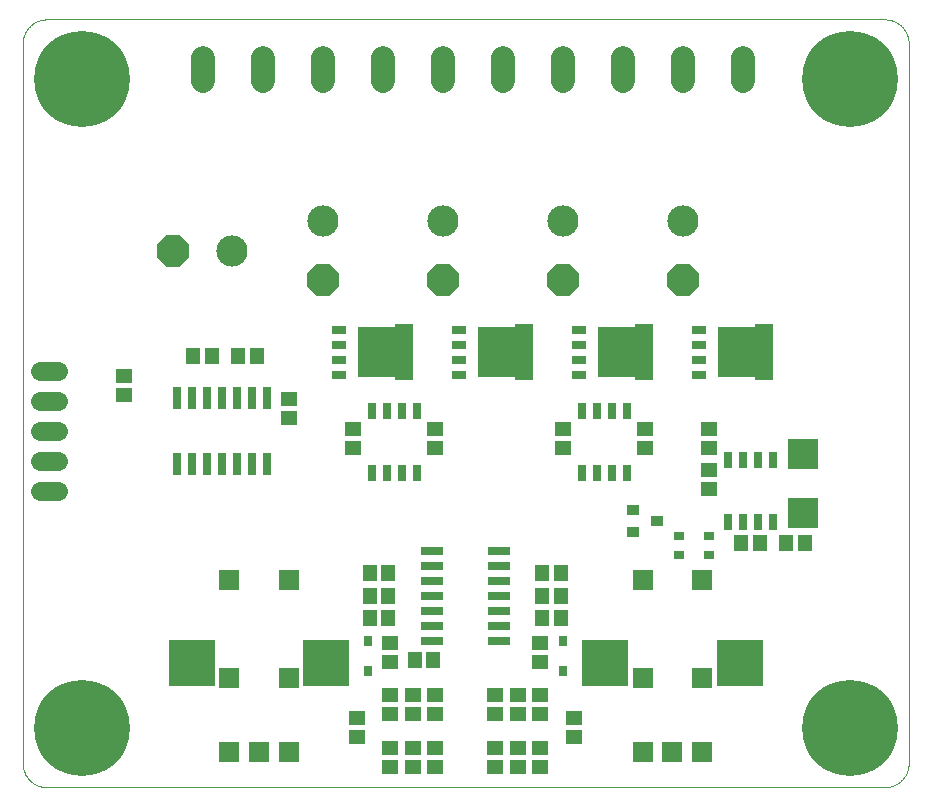
<source format=gts>
G75*
%MOIN*%
%OFA0B0*%
%FSLAX25Y25*%
%IPPOS*%
%LPD*%
%AMOC8*
5,1,8,0,0,1.08239X$1,22.5*
%
%ADD10C,0.00400*%
%ADD11R,0.04928X0.03156*%
%ADD12R,0.12605X0.16935*%
%ADD13R,0.06306X0.18904*%
%ADD14R,0.04362X0.04362*%
%ADD15R,0.02762X0.05518*%
%ADD16R,0.09849X0.09849*%
%ADD17R,0.05518X0.04731*%
%ADD18R,0.07093X0.07093*%
%ADD19R,0.15361X0.15361*%
%ADD20R,0.07290X0.03156*%
%ADD21R,0.04731X0.05518*%
%ADD22C,0.08077*%
%ADD23C,0.10400*%
%ADD24OC8,0.10400*%
%ADD25R,0.03156X0.07290*%
%ADD26R,0.02762X0.03550*%
%ADD27R,0.03550X0.02762*%
%ADD28R,0.04337X0.03550*%
%ADD29C,0.06306*%
%ADD30C,0.31896*%
D10*
X0012957Y0087909D02*
X0292485Y0087909D01*
X0292675Y0087911D01*
X0292865Y0087918D01*
X0293055Y0087930D01*
X0293245Y0087946D01*
X0293434Y0087966D01*
X0293623Y0087992D01*
X0293811Y0088021D01*
X0293998Y0088056D01*
X0294184Y0088095D01*
X0294369Y0088138D01*
X0294554Y0088186D01*
X0294737Y0088238D01*
X0294918Y0088294D01*
X0295098Y0088355D01*
X0295277Y0088421D01*
X0295454Y0088490D01*
X0295630Y0088564D01*
X0295803Y0088642D01*
X0295975Y0088725D01*
X0296144Y0088811D01*
X0296312Y0088901D01*
X0296477Y0088996D01*
X0296640Y0089094D01*
X0296800Y0089197D01*
X0296958Y0089303D01*
X0297113Y0089413D01*
X0297266Y0089526D01*
X0297416Y0089644D01*
X0297562Y0089765D01*
X0297706Y0089889D01*
X0297847Y0090017D01*
X0297985Y0090148D01*
X0298120Y0090283D01*
X0298251Y0090421D01*
X0298379Y0090562D01*
X0298503Y0090706D01*
X0298624Y0090852D01*
X0298742Y0091002D01*
X0298855Y0091155D01*
X0298965Y0091310D01*
X0299071Y0091468D01*
X0299174Y0091628D01*
X0299272Y0091791D01*
X0299367Y0091956D01*
X0299457Y0092124D01*
X0299543Y0092293D01*
X0299626Y0092465D01*
X0299704Y0092638D01*
X0299778Y0092814D01*
X0299847Y0092991D01*
X0299913Y0093170D01*
X0299974Y0093350D01*
X0300030Y0093531D01*
X0300082Y0093714D01*
X0300130Y0093899D01*
X0300173Y0094084D01*
X0300212Y0094270D01*
X0300247Y0094457D01*
X0300276Y0094645D01*
X0300302Y0094834D01*
X0300322Y0095023D01*
X0300338Y0095213D01*
X0300350Y0095403D01*
X0300357Y0095593D01*
X0300359Y0095783D01*
X0300359Y0335941D01*
X0300357Y0336131D01*
X0300350Y0336321D01*
X0300338Y0336511D01*
X0300322Y0336701D01*
X0300302Y0336890D01*
X0300276Y0337079D01*
X0300247Y0337267D01*
X0300212Y0337454D01*
X0300173Y0337640D01*
X0300130Y0337825D01*
X0300082Y0338010D01*
X0300030Y0338193D01*
X0299974Y0338374D01*
X0299913Y0338554D01*
X0299847Y0338733D01*
X0299778Y0338910D01*
X0299704Y0339086D01*
X0299626Y0339259D01*
X0299543Y0339431D01*
X0299457Y0339600D01*
X0299367Y0339768D01*
X0299272Y0339933D01*
X0299174Y0340096D01*
X0299071Y0340256D01*
X0298965Y0340414D01*
X0298855Y0340569D01*
X0298742Y0340722D01*
X0298624Y0340872D01*
X0298503Y0341018D01*
X0298379Y0341162D01*
X0298251Y0341303D01*
X0298120Y0341441D01*
X0297985Y0341576D01*
X0297847Y0341707D01*
X0297706Y0341835D01*
X0297562Y0341959D01*
X0297416Y0342080D01*
X0297266Y0342198D01*
X0297113Y0342311D01*
X0296958Y0342421D01*
X0296800Y0342527D01*
X0296640Y0342630D01*
X0296477Y0342728D01*
X0296312Y0342823D01*
X0296144Y0342913D01*
X0295975Y0342999D01*
X0295803Y0343082D01*
X0295630Y0343160D01*
X0295454Y0343234D01*
X0295277Y0343303D01*
X0295098Y0343369D01*
X0294918Y0343430D01*
X0294737Y0343486D01*
X0294554Y0343538D01*
X0294369Y0343586D01*
X0294184Y0343629D01*
X0293998Y0343668D01*
X0293811Y0343703D01*
X0293623Y0343732D01*
X0293434Y0343758D01*
X0293245Y0343778D01*
X0293055Y0343794D01*
X0292865Y0343806D01*
X0292675Y0343813D01*
X0292485Y0343815D01*
X0012957Y0343815D01*
X0012767Y0343813D01*
X0012577Y0343806D01*
X0012387Y0343794D01*
X0012197Y0343778D01*
X0012008Y0343758D01*
X0011819Y0343732D01*
X0011631Y0343703D01*
X0011444Y0343668D01*
X0011258Y0343629D01*
X0011073Y0343586D01*
X0010888Y0343538D01*
X0010705Y0343486D01*
X0010524Y0343430D01*
X0010344Y0343369D01*
X0010165Y0343303D01*
X0009988Y0343234D01*
X0009812Y0343160D01*
X0009639Y0343082D01*
X0009467Y0342999D01*
X0009298Y0342913D01*
X0009130Y0342823D01*
X0008965Y0342728D01*
X0008802Y0342630D01*
X0008642Y0342527D01*
X0008484Y0342421D01*
X0008329Y0342311D01*
X0008176Y0342198D01*
X0008026Y0342080D01*
X0007880Y0341959D01*
X0007736Y0341835D01*
X0007595Y0341707D01*
X0007457Y0341576D01*
X0007322Y0341441D01*
X0007191Y0341303D01*
X0007063Y0341162D01*
X0006939Y0341018D01*
X0006818Y0340872D01*
X0006700Y0340722D01*
X0006587Y0340569D01*
X0006477Y0340414D01*
X0006371Y0340256D01*
X0006268Y0340096D01*
X0006170Y0339933D01*
X0006075Y0339768D01*
X0005985Y0339600D01*
X0005899Y0339431D01*
X0005816Y0339259D01*
X0005738Y0339086D01*
X0005664Y0338910D01*
X0005595Y0338733D01*
X0005529Y0338554D01*
X0005468Y0338374D01*
X0005412Y0338193D01*
X0005360Y0338010D01*
X0005312Y0337825D01*
X0005269Y0337640D01*
X0005230Y0337454D01*
X0005195Y0337267D01*
X0005166Y0337079D01*
X0005140Y0336890D01*
X0005120Y0336701D01*
X0005104Y0336511D01*
X0005092Y0336321D01*
X0005085Y0336131D01*
X0005083Y0335941D01*
X0005083Y0095783D01*
X0005085Y0095593D01*
X0005092Y0095403D01*
X0005104Y0095213D01*
X0005120Y0095023D01*
X0005140Y0094834D01*
X0005166Y0094645D01*
X0005195Y0094457D01*
X0005230Y0094270D01*
X0005269Y0094084D01*
X0005312Y0093899D01*
X0005360Y0093714D01*
X0005412Y0093531D01*
X0005468Y0093350D01*
X0005529Y0093170D01*
X0005595Y0092991D01*
X0005664Y0092814D01*
X0005738Y0092638D01*
X0005816Y0092465D01*
X0005899Y0092293D01*
X0005985Y0092124D01*
X0006075Y0091956D01*
X0006170Y0091791D01*
X0006268Y0091628D01*
X0006371Y0091468D01*
X0006477Y0091310D01*
X0006587Y0091155D01*
X0006700Y0091002D01*
X0006818Y0090852D01*
X0006939Y0090706D01*
X0007063Y0090562D01*
X0007191Y0090421D01*
X0007322Y0090283D01*
X0007457Y0090148D01*
X0007595Y0090017D01*
X0007736Y0089889D01*
X0007880Y0089765D01*
X0008026Y0089644D01*
X0008176Y0089526D01*
X0008329Y0089413D01*
X0008484Y0089303D01*
X0008642Y0089197D01*
X0008802Y0089094D01*
X0008965Y0088996D01*
X0009130Y0088901D01*
X0009298Y0088811D01*
X0009467Y0088725D01*
X0009639Y0088642D01*
X0009812Y0088564D01*
X0009988Y0088490D01*
X0010165Y0088421D01*
X0010344Y0088355D01*
X0010524Y0088294D01*
X0010705Y0088238D01*
X0010888Y0088186D01*
X0011073Y0088138D01*
X0011258Y0088095D01*
X0011444Y0088056D01*
X0011631Y0088021D01*
X0011819Y0087992D01*
X0012008Y0087966D01*
X0012197Y0087946D01*
X0012387Y0087930D01*
X0012577Y0087918D01*
X0012767Y0087911D01*
X0012957Y0087909D01*
D11*
X0110605Y0225409D03*
X0110605Y0230409D03*
X0110605Y0235409D03*
X0110605Y0240409D03*
X0150605Y0240409D03*
X0150605Y0235409D03*
X0150605Y0230409D03*
X0150605Y0225409D03*
X0190605Y0225409D03*
X0190605Y0230409D03*
X0190605Y0235409D03*
X0190605Y0240409D03*
X0230605Y0240409D03*
X0230605Y0235409D03*
X0230605Y0230409D03*
X0230605Y0225409D03*
D12*
X0243105Y0232909D03*
X0203105Y0232909D03*
X0163105Y0232909D03*
X0123105Y0232909D03*
D13*
X0132160Y0232909D03*
X0172160Y0232909D03*
X0212160Y0232909D03*
X0252160Y0232909D03*
D14*
X0250782Y0232909D03*
X0250782Y0227398D03*
X0245270Y0227398D03*
X0245270Y0232909D03*
X0239759Y0232909D03*
X0239759Y0227398D03*
X0239759Y0238421D03*
X0245270Y0238421D03*
X0250782Y0238421D03*
X0210782Y0238421D03*
X0210782Y0232909D03*
X0210782Y0227398D03*
X0205270Y0227398D03*
X0205270Y0232909D03*
X0199759Y0232909D03*
X0199759Y0227398D03*
X0199759Y0238421D03*
X0205270Y0238421D03*
X0170782Y0238421D03*
X0170782Y0232909D03*
X0170782Y0227398D03*
X0165270Y0227398D03*
X0165270Y0232909D03*
X0159759Y0232909D03*
X0159759Y0227398D03*
X0159759Y0238421D03*
X0165270Y0238421D03*
X0130782Y0238421D03*
X0130782Y0232909D03*
X0130782Y0227398D03*
X0125270Y0227398D03*
X0125270Y0232909D03*
X0119759Y0232909D03*
X0119759Y0227398D03*
X0119759Y0238421D03*
X0125270Y0238421D03*
D15*
X0126333Y0213343D03*
X0121333Y0213343D03*
X0131333Y0213343D03*
X0136333Y0213343D03*
X0136333Y0192476D03*
X0131333Y0192476D03*
X0126333Y0192476D03*
X0121333Y0192476D03*
X0191333Y0192476D03*
X0196333Y0192476D03*
X0201333Y0192476D03*
X0206333Y0192476D03*
X0206333Y0213343D03*
X0201333Y0213343D03*
X0196333Y0213343D03*
X0191333Y0213343D03*
X0240083Y0197093D03*
X0245083Y0197093D03*
X0250083Y0197093D03*
X0255083Y0197093D03*
X0255083Y0176226D03*
X0250083Y0176226D03*
X0245083Y0176226D03*
X0240083Y0176226D03*
D16*
X0265083Y0179317D03*
X0265083Y0199002D03*
D17*
X0233833Y0201010D03*
X0233833Y0207309D03*
X0233833Y0193559D03*
X0233833Y0187260D03*
X0212583Y0201010D03*
X0212583Y0207309D03*
X0185083Y0207309D03*
X0185083Y0201010D03*
X0142583Y0201010D03*
X0142583Y0207309D03*
X0115083Y0207309D03*
X0115083Y0201010D03*
X0093833Y0211010D03*
X0093833Y0217309D03*
X0038833Y0218510D03*
X0038833Y0224809D03*
X0127583Y0136059D03*
X0127583Y0129760D03*
X0127583Y0118559D03*
X0127583Y0112260D03*
X0135083Y0112260D03*
X0135083Y0118559D03*
X0142583Y0118559D03*
X0142583Y0112260D03*
X0142583Y0101059D03*
X0142583Y0094760D03*
X0135083Y0094760D03*
X0135083Y0101059D03*
X0127583Y0101059D03*
X0127583Y0094760D03*
X0116333Y0104760D03*
X0116333Y0111059D03*
X0162583Y0112260D03*
X0162583Y0118559D03*
X0170083Y0118559D03*
X0170083Y0112260D03*
X0177583Y0112260D03*
X0177583Y0118559D03*
X0188833Y0111059D03*
X0188833Y0104760D03*
X0177583Y0101059D03*
X0177583Y0094760D03*
X0170083Y0094760D03*
X0170083Y0101059D03*
X0162583Y0101059D03*
X0162583Y0094760D03*
X0177583Y0129760D03*
X0177583Y0136059D03*
D18*
X0211776Y0124327D03*
X0231461Y0124327D03*
X0231461Y0099720D03*
X0231461Y0099720D03*
X0221619Y0099720D03*
X0221619Y0099720D03*
X0211776Y0099720D03*
X0211776Y0099720D03*
X0211776Y0156807D03*
X0231461Y0156807D03*
X0093666Y0156807D03*
X0073981Y0156807D03*
X0073981Y0124327D03*
X0093666Y0124327D03*
X0093666Y0099720D03*
X0093666Y0099720D03*
X0083823Y0099720D03*
X0083823Y0099720D03*
X0073981Y0099720D03*
X0073981Y0099720D03*
D19*
X0061383Y0129248D03*
X0106264Y0129248D03*
X0199178Y0129248D03*
X0244060Y0129248D03*
D20*
X0163705Y0136659D03*
X0163705Y0141659D03*
X0163705Y0146659D03*
X0163705Y0151659D03*
X0163705Y0156659D03*
X0163705Y0161659D03*
X0163705Y0166659D03*
X0141461Y0166659D03*
X0141461Y0161659D03*
X0141461Y0156659D03*
X0141461Y0151659D03*
X0141461Y0146659D03*
X0141461Y0141659D03*
X0141461Y0136659D03*
D21*
X0141983Y0130409D03*
X0135684Y0130409D03*
X0126983Y0144159D03*
X0120684Y0144159D03*
X0120684Y0151659D03*
X0126983Y0151659D03*
X0126983Y0159159D03*
X0120684Y0159159D03*
X0178184Y0159159D03*
X0184483Y0159159D03*
X0184483Y0151659D03*
X0178184Y0151659D03*
X0178184Y0144159D03*
X0184483Y0144159D03*
X0244434Y0169159D03*
X0250733Y0169159D03*
X0259434Y0169159D03*
X0265733Y0169159D03*
X0083233Y0231659D03*
X0076934Y0231659D03*
X0068233Y0231659D03*
X0061934Y0231659D03*
D22*
X0065083Y0323136D02*
X0065083Y0330813D01*
X0085083Y0330813D02*
X0085083Y0323136D01*
X0105083Y0323136D02*
X0105083Y0330813D01*
X0125083Y0330813D02*
X0125083Y0323136D01*
X0145083Y0323136D02*
X0145083Y0330813D01*
X0165083Y0330813D02*
X0165083Y0323136D01*
X0185083Y0323136D02*
X0185083Y0330813D01*
X0205083Y0330813D02*
X0205083Y0323136D01*
X0225083Y0323136D02*
X0225083Y0330813D01*
X0245083Y0330813D02*
X0245083Y0323136D01*
D23*
X0225083Y0276502D03*
X0185083Y0276502D03*
X0145083Y0276502D03*
X0105083Y0276502D03*
X0074926Y0266659D03*
D24*
X0055241Y0266659D03*
X0105083Y0256817D03*
X0145083Y0256817D03*
X0185083Y0256817D03*
X0225083Y0256817D03*
D25*
X0086333Y0217781D03*
X0081333Y0217781D03*
X0076333Y0217781D03*
X0071333Y0217781D03*
X0066333Y0217781D03*
X0061333Y0217781D03*
X0056333Y0217781D03*
X0056333Y0195537D03*
X0061333Y0195537D03*
X0066333Y0195537D03*
X0071333Y0195537D03*
X0076333Y0195537D03*
X0081333Y0195537D03*
X0086333Y0195537D03*
D26*
X0120083Y0136581D03*
X0120083Y0126738D03*
X0185083Y0126738D03*
X0185083Y0136581D03*
D27*
X0223912Y0165409D03*
X0223912Y0171659D03*
X0233755Y0171659D03*
X0233755Y0165409D03*
D28*
X0216520Y0176659D03*
X0208646Y0172919D03*
X0208646Y0180400D03*
D29*
X0016786Y0186659D02*
X0010881Y0186659D01*
X0010881Y0196659D02*
X0016786Y0196659D01*
X0016786Y0206659D02*
X0010881Y0206659D01*
X0010881Y0216659D02*
X0016786Y0216659D01*
X0016786Y0226659D02*
X0010881Y0226659D01*
D30*
X0024768Y0324130D03*
X0024768Y0107594D03*
X0280674Y0107594D03*
X0280674Y0324130D03*
M02*

</source>
